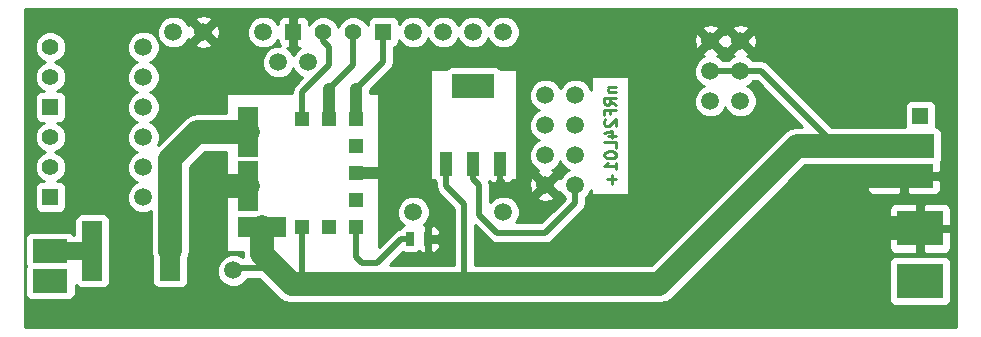
<source format=gbl>
G04 (created by PCBNEW (2013-07-07 BZR 4022)-stable) date 9/2/2014 10:05:09 AM*
%MOIN*%
G04 Gerber Fmt 3.4, Leading zero omitted, Abs format*
%FSLAX34Y34*%
G01*
G70*
G90*
G04 APERTURE LIST*
%ADD10C,0.00590551*%
%ADD11C,0.00984252*%
%ADD12R,0.144X0.08*%
%ADD13R,0.04X0.08*%
%ADD14R,0.025X0.045*%
%ADD15R,0.055X0.055*%
%ADD16C,0.055*%
%ADD17R,0.19685X0.0787402*%
%ADD18C,0.0590551*%
%ADD19R,0.05X0.05*%
%ADD20R,0.0708661X0.165354*%
%ADD21R,0.161417X0.0708661*%
%ADD22R,0.11811X0.0787402*%
%ADD23R,0.15748X0.11811*%
%ADD24R,0.07X0.2*%
%ADD25C,0.019685*%
%ADD26C,0.0787402*%
%ADD27C,0.0393701*%
%ADD28C,0.0590551*%
%ADD29C,0.01*%
G04 APERTURE END LIST*
G54D10*
G54D11*
X28096Y-11347D02*
X28359Y-11347D01*
X28134Y-11347D02*
X28115Y-11365D01*
X28096Y-11403D01*
X28096Y-11459D01*
X28115Y-11497D01*
X28153Y-11515D01*
X28359Y-11515D01*
X28359Y-11928D02*
X28171Y-11797D01*
X28359Y-11703D02*
X27965Y-11703D01*
X27965Y-11853D01*
X27984Y-11890D01*
X28003Y-11909D01*
X28040Y-11928D01*
X28096Y-11928D01*
X28134Y-11909D01*
X28153Y-11890D01*
X28171Y-11853D01*
X28171Y-11703D01*
X28153Y-12228D02*
X28153Y-12096D01*
X28359Y-12096D02*
X27965Y-12096D01*
X27965Y-12284D01*
X28003Y-12415D02*
X27984Y-12434D01*
X27965Y-12471D01*
X27965Y-12565D01*
X27984Y-12603D01*
X28003Y-12621D01*
X28040Y-12640D01*
X28078Y-12640D01*
X28134Y-12621D01*
X28359Y-12396D01*
X28359Y-12640D01*
X28096Y-12978D02*
X28359Y-12978D01*
X27946Y-12884D02*
X28228Y-12790D01*
X28228Y-13034D01*
X28359Y-13371D02*
X28359Y-13184D01*
X27965Y-13184D01*
X27965Y-13578D02*
X27965Y-13615D01*
X27984Y-13653D01*
X28003Y-13671D01*
X28040Y-13690D01*
X28115Y-13709D01*
X28209Y-13709D01*
X28284Y-13690D01*
X28321Y-13671D01*
X28340Y-13653D01*
X28359Y-13615D01*
X28359Y-13578D01*
X28340Y-13540D01*
X28321Y-13521D01*
X28284Y-13503D01*
X28209Y-13484D01*
X28115Y-13484D01*
X28040Y-13503D01*
X28003Y-13521D01*
X27984Y-13540D01*
X27965Y-13578D01*
X28359Y-14084D02*
X28359Y-13859D01*
X28359Y-13971D02*
X27965Y-13971D01*
X28021Y-13934D01*
X28059Y-13896D01*
X28078Y-13859D01*
X28209Y-14252D02*
X28209Y-14552D01*
X28359Y-14402D02*
X28059Y-14402D01*
G54D12*
X23600Y-11300D03*
G54D13*
X23600Y-13900D03*
X22700Y-13900D03*
X24500Y-13900D03*
G54D14*
X21500Y-16400D03*
X22100Y-16400D03*
G54D15*
X9500Y-12000D03*
G54D16*
X9500Y-11000D03*
X9500Y-10000D03*
G54D15*
X9500Y-15000D03*
G54D16*
X9500Y-14000D03*
X9500Y-13000D03*
G54D15*
X38500Y-12300D03*
G54D17*
X38000Y-13300D03*
X37950Y-14300D03*
G54D15*
X17600Y-9500D03*
G54D16*
X18600Y-9500D03*
G54D15*
X20600Y-9500D03*
G54D16*
X19600Y-9500D03*
G54D18*
X31500Y-9800D03*
X32500Y-9800D03*
X31500Y-10800D03*
X32500Y-10800D03*
X31500Y-11800D03*
X32500Y-11800D03*
G54D19*
X17900Y-12400D03*
G54D20*
X16100Y-12849D03*
X16100Y-14648D03*
G54D21*
X16549Y-15999D03*
G54D19*
X17900Y-15999D03*
X19699Y-15999D03*
X19699Y-14200D03*
X19699Y-13298D03*
X19699Y-12400D03*
X18801Y-12400D03*
X18801Y-15999D03*
X19699Y-15101D03*
G54D18*
X26000Y-14600D03*
X27000Y-14600D03*
X26000Y-13600D03*
X27000Y-13600D03*
X26000Y-12600D03*
X27000Y-12600D03*
X26000Y-11600D03*
X27000Y-11600D03*
G54D22*
X9500Y-17800D03*
X9500Y-16800D03*
G54D18*
X21600Y-15500D03*
X24600Y-15500D03*
X24600Y-9500D03*
X23600Y-9500D03*
X22600Y-9500D03*
X21600Y-9500D03*
X18100Y-10500D03*
X17100Y-10500D03*
X16600Y-9500D03*
X14600Y-9500D03*
X13600Y-9500D03*
X12600Y-10000D03*
X12600Y-11000D03*
X12600Y-12000D03*
X12600Y-13000D03*
X12600Y-14000D03*
X12600Y-15000D03*
G54D23*
X38500Y-16050D03*
X38500Y-17800D03*
G54D24*
X10900Y-16800D03*
X13500Y-16800D03*
G54D18*
X15600Y-17450D03*
G54D25*
X32500Y-10800D02*
X33150Y-10800D01*
X33200Y-10800D02*
X35700Y-13300D01*
X33150Y-10800D02*
X33200Y-10800D01*
G54D26*
X38000Y-13300D02*
X35700Y-13300D01*
X35700Y-13300D02*
X34400Y-13300D01*
X28750Y-17900D02*
X23100Y-17900D01*
X29800Y-17900D02*
X34400Y-13300D01*
X29600Y-17900D02*
X29800Y-17900D01*
X28750Y-17900D02*
X29600Y-17900D01*
G54D25*
X22700Y-13900D02*
X22700Y-14650D01*
X23300Y-17700D02*
X23100Y-17900D01*
X23300Y-15250D02*
X23300Y-17700D01*
X22700Y-14650D02*
X23300Y-15250D01*
X15675Y-17375D02*
X17025Y-17375D01*
X15600Y-17450D02*
X15675Y-17375D01*
G54D26*
X16549Y-16900D02*
X16550Y-16900D01*
X16549Y-15999D02*
X16549Y-16900D01*
X16550Y-16900D02*
X17025Y-17375D01*
X16850Y-17200D02*
X17550Y-17900D01*
X17025Y-17375D02*
X16850Y-17200D01*
X17550Y-17900D02*
X23100Y-17900D01*
G54D25*
X17900Y-15999D02*
X17900Y-18000D01*
X31500Y-10800D02*
X32500Y-10800D01*
G54D26*
X37950Y-14300D02*
X36300Y-14300D01*
X38500Y-16050D02*
X36800Y-16050D01*
G54D25*
X24500Y-13900D02*
X24500Y-14650D01*
G54D26*
X16100Y-14648D02*
X15001Y-14648D01*
G54D27*
X15001Y-14648D02*
X15000Y-14650D01*
X19699Y-14200D02*
X20700Y-14200D01*
G54D25*
X19699Y-15999D02*
X19699Y-16999D01*
X21200Y-16400D02*
X21500Y-16400D01*
X20400Y-17200D02*
X21200Y-16400D01*
X19900Y-17200D02*
X20400Y-17200D01*
X19699Y-16999D02*
X19900Y-17200D01*
X18600Y-9500D02*
X18600Y-9800D01*
X17900Y-11500D02*
X17900Y-12400D01*
X18000Y-11400D02*
X17900Y-11500D01*
X18800Y-10600D02*
X18000Y-11400D01*
X18800Y-10000D02*
X18800Y-10600D01*
X18600Y-9800D02*
X18800Y-10000D01*
G54D26*
X13500Y-16800D02*
X13500Y-13750D01*
X14400Y-12849D02*
X16100Y-12849D01*
X13500Y-13750D02*
X14400Y-12849D01*
G54D25*
X23600Y-14400D02*
X23600Y-13900D01*
X23800Y-14600D02*
X23600Y-14400D01*
X23800Y-15600D02*
X23800Y-14600D01*
X24400Y-16200D02*
X23800Y-15600D01*
X26000Y-16200D02*
X24400Y-16200D01*
X26000Y-16200D02*
X27000Y-15200D01*
X27000Y-14600D02*
X27000Y-15200D01*
X19600Y-9500D02*
X19600Y-10600D01*
G54D27*
X18801Y-11401D02*
X18801Y-12400D01*
X18801Y-11401D02*
X18800Y-11400D01*
G54D25*
X19600Y-10600D02*
X18800Y-11400D01*
X20600Y-9500D02*
X20600Y-10500D01*
X20600Y-10500D02*
X19699Y-11400D01*
G54D27*
X19699Y-12400D02*
X19699Y-11400D01*
X19699Y-11400D02*
X19700Y-11400D01*
G54D28*
X10900Y-16800D02*
X9500Y-16800D01*
G54D10*
G36*
X39690Y-19350D02*
X39537Y-19350D01*
X39537Y-18341D01*
X39537Y-17159D01*
X39537Y-16690D01*
X39537Y-15409D01*
X39499Y-15318D01*
X39429Y-15247D01*
X39337Y-15209D01*
X39237Y-15209D01*
X39234Y-15209D01*
X39234Y-13644D01*
X39234Y-12856D01*
X39196Y-12764D01*
X39126Y-12694D01*
X39034Y-12656D01*
X39011Y-12656D01*
X39024Y-12624D01*
X39025Y-12525D01*
X39025Y-11975D01*
X38987Y-11883D01*
X38916Y-11813D01*
X38824Y-11775D01*
X38725Y-11774D01*
X38175Y-11774D01*
X38083Y-11812D01*
X38013Y-11883D01*
X37975Y-11975D01*
X37974Y-12074D01*
X37974Y-12624D01*
X37988Y-12656D01*
X36966Y-12656D01*
X36966Y-12656D01*
X35700Y-12656D01*
X35549Y-12656D01*
X33446Y-10553D01*
X33333Y-10478D01*
X33311Y-10473D01*
X33200Y-10451D01*
X33199Y-10451D01*
X33150Y-10451D01*
X33054Y-10451D01*
X33054Y-9832D01*
X33025Y-9617D01*
X33000Y-9557D01*
X32911Y-9527D01*
X32772Y-9665D01*
X32772Y-9388D01*
X32742Y-9299D01*
X32532Y-9245D01*
X32317Y-9274D01*
X32257Y-9299D01*
X32227Y-9388D01*
X32500Y-9661D01*
X32772Y-9388D01*
X32772Y-9665D01*
X32638Y-9800D01*
X32911Y-10072D01*
X33000Y-10042D01*
X33054Y-9832D01*
X33054Y-10451D01*
X32922Y-10451D01*
X32809Y-10338D01*
X32730Y-10305D01*
X32742Y-10300D01*
X32772Y-10211D01*
X32500Y-9938D01*
X32361Y-10076D01*
X32361Y-9800D01*
X32088Y-9527D01*
X32000Y-9557D01*
X31911Y-9527D01*
X31772Y-9665D01*
X31772Y-9388D01*
X31742Y-9299D01*
X31532Y-9245D01*
X31317Y-9274D01*
X31257Y-9299D01*
X31227Y-9388D01*
X31500Y-9661D01*
X31772Y-9388D01*
X31772Y-9665D01*
X31638Y-9800D01*
X31911Y-10072D01*
X32000Y-10042D01*
X32088Y-10072D01*
X32361Y-9800D01*
X32361Y-10076D01*
X32227Y-10211D01*
X32257Y-10300D01*
X32272Y-10304D01*
X32191Y-10337D01*
X32077Y-10451D01*
X31922Y-10451D01*
X31809Y-10338D01*
X31730Y-10305D01*
X31742Y-10300D01*
X31772Y-10211D01*
X31500Y-9938D01*
X31361Y-10076D01*
X31361Y-9800D01*
X31088Y-9527D01*
X30999Y-9557D01*
X30945Y-9767D01*
X30974Y-9982D01*
X30999Y-10042D01*
X31088Y-10072D01*
X31361Y-9800D01*
X31361Y-10076D01*
X31227Y-10211D01*
X31257Y-10300D01*
X31272Y-10304D01*
X31191Y-10337D01*
X31038Y-10490D01*
X30954Y-10691D01*
X30954Y-10907D01*
X31037Y-11108D01*
X31190Y-11261D01*
X31282Y-11299D01*
X31191Y-11337D01*
X31038Y-11490D01*
X30954Y-11691D01*
X30954Y-11907D01*
X31037Y-12108D01*
X31190Y-12261D01*
X31391Y-12345D01*
X31607Y-12345D01*
X31808Y-12262D01*
X31961Y-12109D01*
X31999Y-12017D01*
X32037Y-12108D01*
X32190Y-12261D01*
X32391Y-12345D01*
X32607Y-12345D01*
X32808Y-12262D01*
X32961Y-12109D01*
X33045Y-11908D01*
X33045Y-11692D01*
X32962Y-11491D01*
X32809Y-11338D01*
X32717Y-11300D01*
X32808Y-11262D01*
X32922Y-11148D01*
X33055Y-11148D01*
X34563Y-12656D01*
X34400Y-12656D01*
X34153Y-12705D01*
X34070Y-12761D01*
X33944Y-12844D01*
X33944Y-12844D01*
X29533Y-17256D01*
X28750Y-17256D01*
X25050Y-17256D01*
X23648Y-17256D01*
X23648Y-15941D01*
X24153Y-16446D01*
X24153Y-16446D01*
X24266Y-16521D01*
X24400Y-16548D01*
X25050Y-16548D01*
X25999Y-16548D01*
X26000Y-16548D01*
X26000Y-16548D01*
X26111Y-16526D01*
X26133Y-16521D01*
X26133Y-16521D01*
X26246Y-16446D01*
X27246Y-15446D01*
X27246Y-15446D01*
X27246Y-15446D01*
X27321Y-15333D01*
X27348Y-15200D01*
X27348Y-15022D01*
X27461Y-14909D01*
X27526Y-14753D01*
X27526Y-14945D01*
X28774Y-14945D01*
X28774Y-10954D01*
X27526Y-10954D01*
X27526Y-11447D01*
X27462Y-11291D01*
X27309Y-11138D01*
X27108Y-11054D01*
X26892Y-11054D01*
X26691Y-11137D01*
X26538Y-11290D01*
X26500Y-11382D01*
X26462Y-11291D01*
X26309Y-11138D01*
X26108Y-11054D01*
X25892Y-11054D01*
X25691Y-11137D01*
X25538Y-11290D01*
X25454Y-11491D01*
X25454Y-11707D01*
X25537Y-11908D01*
X25690Y-12061D01*
X25782Y-12099D01*
X25691Y-12137D01*
X25538Y-12290D01*
X25454Y-12491D01*
X25454Y-12707D01*
X25537Y-12908D01*
X25690Y-13061D01*
X25782Y-13099D01*
X25691Y-13137D01*
X25538Y-13290D01*
X25454Y-13491D01*
X25454Y-13707D01*
X25537Y-13908D01*
X25690Y-14061D01*
X25769Y-14094D01*
X25757Y-14099D01*
X25727Y-14188D01*
X26000Y-14461D01*
X26272Y-14188D01*
X26242Y-14099D01*
X26227Y-14095D01*
X26308Y-14062D01*
X26461Y-13909D01*
X26499Y-13817D01*
X26537Y-13908D01*
X26690Y-14061D01*
X26782Y-14099D01*
X26691Y-14137D01*
X26538Y-14290D01*
X26505Y-14369D01*
X26500Y-14357D01*
X26411Y-14327D01*
X26138Y-14600D01*
X26411Y-14872D01*
X26500Y-14842D01*
X26504Y-14827D01*
X26537Y-14908D01*
X26651Y-15022D01*
X26651Y-15055D01*
X26272Y-15434D01*
X26272Y-15011D01*
X26000Y-14738D01*
X25861Y-14876D01*
X25861Y-14600D01*
X25588Y-14327D01*
X25499Y-14357D01*
X25445Y-14567D01*
X25474Y-14782D01*
X25499Y-14842D01*
X25588Y-14872D01*
X25861Y-14600D01*
X25861Y-14876D01*
X25727Y-15011D01*
X25757Y-15100D01*
X25967Y-15154D01*
X26182Y-15125D01*
X26242Y-15100D01*
X26272Y-15011D01*
X26272Y-15434D01*
X25855Y-15851D01*
X25050Y-15851D01*
X25019Y-15851D01*
X25050Y-15821D01*
X25061Y-15809D01*
X25145Y-15608D01*
X25145Y-15392D01*
X25062Y-15191D01*
X25050Y-15178D01*
X24909Y-15038D01*
X24708Y-14954D01*
X24492Y-14954D01*
X24291Y-15037D01*
X24148Y-15180D01*
X24148Y-14600D01*
X24124Y-14477D01*
X24158Y-14512D01*
X24250Y-14550D01*
X24339Y-14550D01*
X24402Y-14487D01*
X24402Y-14450D01*
X24597Y-14450D01*
X24597Y-14487D01*
X24660Y-14550D01*
X24749Y-14550D01*
X24841Y-14512D01*
X24903Y-14450D01*
X25050Y-14450D01*
X25050Y-10750D01*
X24523Y-10750D01*
X24461Y-10688D01*
X24369Y-10650D01*
X24270Y-10649D01*
X22830Y-10649D01*
X22738Y-10687D01*
X22676Y-10750D01*
X22150Y-10750D01*
X22150Y-14450D01*
X22296Y-14450D01*
X22351Y-14505D01*
X22351Y-14649D01*
X22351Y-14650D01*
X22373Y-14761D01*
X22378Y-14783D01*
X22453Y-14896D01*
X22951Y-15394D01*
X22951Y-17256D01*
X22475Y-17256D01*
X22475Y-16575D01*
X22475Y-16224D01*
X22474Y-16125D01*
X22436Y-16033D01*
X22366Y-15962D01*
X22274Y-15924D01*
X22225Y-15925D01*
X22162Y-15987D01*
X22162Y-16302D01*
X22412Y-16302D01*
X22475Y-16239D01*
X22475Y-16224D01*
X22475Y-16575D01*
X22475Y-16560D01*
X22412Y-16497D01*
X22162Y-16497D01*
X22162Y-16812D01*
X22225Y-16875D01*
X22274Y-16875D01*
X22366Y-16837D01*
X22436Y-16766D01*
X22474Y-16674D01*
X22475Y-16575D01*
X22475Y-17256D01*
X20836Y-17256D01*
X21249Y-16843D01*
X21325Y-16874D01*
X21424Y-16875D01*
X21674Y-16875D01*
X21766Y-16837D01*
X21800Y-16803D01*
X21833Y-16837D01*
X21925Y-16875D01*
X21975Y-16875D01*
X22037Y-16812D01*
X22037Y-16497D01*
X21994Y-16497D01*
X21994Y-16302D01*
X22037Y-16302D01*
X22037Y-15987D01*
X21975Y-15925D01*
X21946Y-15924D01*
X22061Y-15809D01*
X22145Y-15608D01*
X22145Y-15392D01*
X22062Y-15191D01*
X21909Y-15038D01*
X21708Y-14954D01*
X21492Y-14954D01*
X21291Y-15037D01*
X21138Y-15190D01*
X21054Y-15391D01*
X21054Y-15607D01*
X21137Y-15808D01*
X21274Y-15945D01*
X21233Y-15962D01*
X21163Y-16033D01*
X21151Y-16061D01*
X21151Y-16061D01*
X21066Y-16078D01*
X20953Y-16153D01*
X20953Y-16153D01*
X20450Y-16657D01*
X20450Y-11550D01*
X20146Y-11550D01*
X20146Y-11446D01*
X20846Y-10746D01*
X20846Y-10746D01*
X20846Y-10746D01*
X20921Y-10633D01*
X20948Y-10500D01*
X20948Y-10015D01*
X21016Y-9987D01*
X21086Y-9916D01*
X21124Y-9824D01*
X21124Y-9778D01*
X21137Y-9808D01*
X21290Y-9961D01*
X21491Y-10045D01*
X21707Y-10045D01*
X21908Y-9962D01*
X22061Y-9809D01*
X22099Y-9717D01*
X22137Y-9808D01*
X22290Y-9961D01*
X22491Y-10045D01*
X22707Y-10045D01*
X22908Y-9962D01*
X23061Y-9809D01*
X23099Y-9717D01*
X23137Y-9808D01*
X23290Y-9961D01*
X23491Y-10045D01*
X23707Y-10045D01*
X23908Y-9962D01*
X24061Y-9809D01*
X24099Y-9717D01*
X24137Y-9808D01*
X24290Y-9961D01*
X24491Y-10045D01*
X24707Y-10045D01*
X24908Y-9962D01*
X25061Y-9809D01*
X25145Y-9608D01*
X25145Y-9392D01*
X25062Y-9191D01*
X24909Y-9038D01*
X24708Y-8954D01*
X24492Y-8954D01*
X24291Y-9037D01*
X24138Y-9190D01*
X24100Y-9282D01*
X24062Y-9191D01*
X23909Y-9038D01*
X23708Y-8954D01*
X23492Y-8954D01*
X23291Y-9037D01*
X23138Y-9190D01*
X23100Y-9282D01*
X23062Y-9191D01*
X22909Y-9038D01*
X22708Y-8954D01*
X22492Y-8954D01*
X22291Y-9037D01*
X22138Y-9190D01*
X22100Y-9282D01*
X22062Y-9191D01*
X21909Y-9038D01*
X21708Y-8954D01*
X21492Y-8954D01*
X21291Y-9037D01*
X21138Y-9190D01*
X21125Y-9221D01*
X21125Y-9175D01*
X21087Y-9083D01*
X21016Y-9013D01*
X20924Y-8975D01*
X20825Y-8974D01*
X20275Y-8974D01*
X20183Y-9012D01*
X20113Y-9083D01*
X20075Y-9175D01*
X20074Y-9274D01*
X20074Y-9274D01*
X20045Y-9203D01*
X19897Y-9055D01*
X19704Y-8975D01*
X19496Y-8974D01*
X19303Y-9054D01*
X19155Y-9202D01*
X19099Y-9335D01*
X19045Y-9203D01*
X18897Y-9055D01*
X18704Y-8975D01*
X18496Y-8974D01*
X18303Y-9054D01*
X18155Y-9202D01*
X18125Y-9274D01*
X18125Y-9274D01*
X18124Y-9175D01*
X18086Y-9083D01*
X18016Y-9012D01*
X17924Y-8974D01*
X17760Y-8975D01*
X17697Y-9037D01*
X17697Y-9402D01*
X17705Y-9402D01*
X17705Y-9597D01*
X17697Y-9597D01*
X17697Y-9962D01*
X17760Y-10025D01*
X17821Y-10025D01*
X17791Y-10037D01*
X17638Y-10190D01*
X17600Y-10282D01*
X17562Y-10191D01*
X17409Y-10038D01*
X17377Y-10025D01*
X17439Y-10025D01*
X17502Y-9962D01*
X17502Y-9597D01*
X17494Y-9597D01*
X17494Y-9402D01*
X17502Y-9402D01*
X17502Y-9037D01*
X17439Y-8975D01*
X17275Y-8974D01*
X17183Y-9012D01*
X17113Y-9083D01*
X17075Y-9175D01*
X17075Y-9221D01*
X17062Y-9191D01*
X16909Y-9038D01*
X16708Y-8954D01*
X16492Y-8954D01*
X16291Y-9037D01*
X16138Y-9190D01*
X16054Y-9391D01*
X16054Y-9607D01*
X16137Y-9808D01*
X16290Y-9961D01*
X16491Y-10045D01*
X16707Y-10045D01*
X16908Y-9962D01*
X17061Y-9809D01*
X17075Y-9777D01*
X17075Y-9824D01*
X17113Y-9916D01*
X17151Y-9954D01*
X16992Y-9954D01*
X16791Y-10037D01*
X16638Y-10190D01*
X16554Y-10391D01*
X16554Y-10607D01*
X16637Y-10808D01*
X16790Y-10961D01*
X16991Y-11045D01*
X17207Y-11045D01*
X17408Y-10962D01*
X17561Y-10809D01*
X17599Y-10717D01*
X17637Y-10808D01*
X17790Y-10961D01*
X17899Y-11007D01*
X17753Y-11153D01*
X17753Y-11153D01*
X17653Y-11253D01*
X17578Y-11366D01*
X17573Y-11388D01*
X17551Y-11500D01*
X17551Y-11500D01*
X17551Y-11550D01*
X15350Y-11550D01*
X15350Y-12205D01*
X15154Y-12205D01*
X15154Y-9532D01*
X15125Y-9317D01*
X15100Y-9257D01*
X15011Y-9227D01*
X14872Y-9365D01*
X14872Y-9088D01*
X14842Y-8999D01*
X14632Y-8945D01*
X14417Y-8974D01*
X14357Y-8999D01*
X14327Y-9088D01*
X14600Y-9361D01*
X14872Y-9088D01*
X14872Y-9365D01*
X14738Y-9500D01*
X15011Y-9772D01*
X15100Y-9742D01*
X15154Y-9532D01*
X15154Y-12205D01*
X14872Y-12205D01*
X14872Y-9911D01*
X14600Y-9638D01*
X14461Y-9776D01*
X14461Y-9500D01*
X14188Y-9227D01*
X14099Y-9257D01*
X14095Y-9272D01*
X14062Y-9191D01*
X13909Y-9038D01*
X13708Y-8954D01*
X13492Y-8954D01*
X13291Y-9037D01*
X13138Y-9190D01*
X13054Y-9391D01*
X13054Y-9607D01*
X13137Y-9808D01*
X13290Y-9961D01*
X13491Y-10045D01*
X13707Y-10045D01*
X13908Y-9962D01*
X14061Y-9809D01*
X14094Y-9730D01*
X14099Y-9742D01*
X14188Y-9772D01*
X14461Y-9500D01*
X14461Y-9776D01*
X14327Y-9911D01*
X14357Y-10000D01*
X14567Y-10054D01*
X14782Y-10025D01*
X14842Y-10000D01*
X14872Y-9911D01*
X14872Y-12205D01*
X14400Y-12205D01*
X14154Y-12254D01*
X13945Y-12394D01*
X13945Y-12394D01*
X13084Y-13255D01*
X13145Y-13108D01*
X13145Y-12892D01*
X13062Y-12691D01*
X12909Y-12538D01*
X12817Y-12500D01*
X12908Y-12462D01*
X13061Y-12309D01*
X13145Y-12108D01*
X13145Y-11892D01*
X13062Y-11691D01*
X12909Y-11538D01*
X12817Y-11500D01*
X12908Y-11462D01*
X13061Y-11309D01*
X13145Y-11108D01*
X13145Y-10892D01*
X13062Y-10691D01*
X12909Y-10538D01*
X12817Y-10500D01*
X12908Y-10462D01*
X13061Y-10309D01*
X13145Y-10108D01*
X13145Y-9892D01*
X13062Y-9691D01*
X12909Y-9538D01*
X12708Y-9454D01*
X12492Y-9454D01*
X12291Y-9537D01*
X12138Y-9690D01*
X12054Y-9891D01*
X12054Y-10107D01*
X12137Y-10308D01*
X12290Y-10461D01*
X12382Y-10499D01*
X12291Y-10537D01*
X12138Y-10690D01*
X12054Y-10891D01*
X12054Y-11107D01*
X12137Y-11308D01*
X12290Y-11461D01*
X12382Y-11499D01*
X12291Y-11537D01*
X12138Y-11690D01*
X12054Y-11891D01*
X12054Y-12107D01*
X12137Y-12308D01*
X12290Y-12461D01*
X12382Y-12499D01*
X12291Y-12537D01*
X12138Y-12690D01*
X12054Y-12891D01*
X12054Y-13107D01*
X12137Y-13308D01*
X12290Y-13461D01*
X12382Y-13499D01*
X12291Y-13537D01*
X12138Y-13690D01*
X12054Y-13891D01*
X12054Y-14107D01*
X12137Y-14308D01*
X12290Y-14461D01*
X12382Y-14499D01*
X12291Y-14537D01*
X12138Y-14690D01*
X12054Y-14891D01*
X12054Y-15107D01*
X12137Y-15308D01*
X12290Y-15461D01*
X12491Y-15545D01*
X12707Y-15545D01*
X12856Y-15484D01*
X12856Y-16800D01*
X12899Y-17019D01*
X12899Y-17849D01*
X12937Y-17941D01*
X13008Y-18011D01*
X13100Y-18049D01*
X13199Y-18050D01*
X13899Y-18050D01*
X13991Y-18012D01*
X14061Y-17941D01*
X14099Y-17849D01*
X14100Y-17750D01*
X14100Y-17019D01*
X14143Y-16800D01*
X14143Y-14016D01*
X14667Y-13493D01*
X15350Y-13493D01*
X15350Y-16850D01*
X15905Y-16850D01*
X15905Y-16900D01*
X15926Y-17005D01*
X15909Y-16988D01*
X15708Y-16904D01*
X15492Y-16904D01*
X15291Y-16987D01*
X15138Y-17140D01*
X15054Y-17341D01*
X15054Y-17557D01*
X15137Y-17758D01*
X15290Y-17911D01*
X15491Y-17995D01*
X15707Y-17995D01*
X15908Y-17912D01*
X16061Y-17759D01*
X16076Y-17723D01*
X16463Y-17723D01*
X16569Y-17830D01*
X17094Y-18355D01*
X17094Y-18355D01*
X17303Y-18494D01*
X17303Y-18494D01*
X17501Y-18533D01*
X17549Y-18543D01*
X17549Y-18543D01*
X17550Y-18543D01*
X20450Y-18543D01*
X23100Y-18543D01*
X25050Y-18543D01*
X28750Y-18543D01*
X29600Y-18543D01*
X29799Y-18543D01*
X29800Y-18543D01*
X29800Y-18543D01*
X30046Y-18494D01*
X30046Y-18494D01*
X30255Y-18355D01*
X34666Y-13943D01*
X35700Y-13943D01*
X36715Y-13943D01*
X36715Y-14139D01*
X36778Y-14202D01*
X37852Y-14202D01*
X37852Y-14194D01*
X38047Y-14194D01*
X38047Y-14202D01*
X39121Y-14202D01*
X39184Y-14139D01*
X39184Y-13856D01*
X39181Y-13850D01*
X39196Y-13835D01*
X39234Y-13743D01*
X39234Y-13644D01*
X39234Y-15209D01*
X39184Y-15209D01*
X39184Y-14743D01*
X39184Y-14460D01*
X39121Y-14397D01*
X38047Y-14397D01*
X38047Y-14881D01*
X38110Y-14943D01*
X38884Y-14943D01*
X38984Y-14943D01*
X39076Y-14905D01*
X39146Y-14835D01*
X39184Y-14743D01*
X39184Y-15209D01*
X38660Y-15209D01*
X38597Y-15271D01*
X38597Y-15952D01*
X39474Y-15952D01*
X39537Y-15889D01*
X39537Y-15409D01*
X39537Y-16690D01*
X39537Y-16210D01*
X39474Y-16147D01*
X38597Y-16147D01*
X38597Y-16828D01*
X38660Y-16890D01*
X39237Y-16890D01*
X39337Y-16890D01*
X39429Y-16852D01*
X39499Y-16781D01*
X39537Y-16690D01*
X39537Y-17159D01*
X39499Y-17068D01*
X39429Y-16997D01*
X39337Y-16959D01*
X39237Y-16959D01*
X38402Y-16959D01*
X38402Y-16828D01*
X38402Y-16147D01*
X38402Y-15952D01*
X38402Y-15271D01*
X38339Y-15209D01*
X37852Y-15209D01*
X37852Y-14881D01*
X37852Y-14397D01*
X36778Y-14397D01*
X36715Y-14460D01*
X36715Y-14743D01*
X36753Y-14835D01*
X36823Y-14905D01*
X36915Y-14943D01*
X37015Y-14943D01*
X37789Y-14943D01*
X37852Y-14881D01*
X37852Y-15209D01*
X37762Y-15209D01*
X37662Y-15209D01*
X37570Y-15247D01*
X37500Y-15318D01*
X37462Y-15409D01*
X37462Y-15889D01*
X37525Y-15952D01*
X38402Y-15952D01*
X38402Y-16147D01*
X37525Y-16147D01*
X37462Y-16210D01*
X37462Y-16690D01*
X37500Y-16781D01*
X37570Y-16852D01*
X37662Y-16890D01*
X37762Y-16890D01*
X38339Y-16890D01*
X38402Y-16828D01*
X38402Y-16959D01*
X37663Y-16959D01*
X37571Y-16997D01*
X37500Y-17067D01*
X37462Y-17159D01*
X37462Y-17258D01*
X37462Y-18440D01*
X37500Y-18531D01*
X37570Y-18602D01*
X37662Y-18640D01*
X37762Y-18640D01*
X39336Y-18640D01*
X39428Y-18602D01*
X39499Y-18532D01*
X39537Y-18440D01*
X39537Y-18341D01*
X39537Y-19350D01*
X25050Y-19350D01*
X25000Y-19350D01*
X20450Y-19350D01*
X20400Y-19350D01*
X11500Y-19350D01*
X11500Y-17750D01*
X11500Y-15750D01*
X11462Y-15658D01*
X11391Y-15588D01*
X11299Y-15550D01*
X11200Y-15549D01*
X10500Y-15549D01*
X10408Y-15587D01*
X10338Y-15658D01*
X10300Y-15750D01*
X10299Y-15849D01*
X10299Y-16254D01*
X10292Y-16254D01*
X10232Y-16194D01*
X10140Y-16156D01*
X10041Y-16156D01*
X10025Y-16156D01*
X10025Y-13896D01*
X9945Y-13703D01*
X9797Y-13555D01*
X9664Y-13499D01*
X9797Y-13445D01*
X9944Y-13297D01*
X10024Y-13104D01*
X10025Y-12896D01*
X9945Y-12703D01*
X9797Y-12555D01*
X9725Y-12525D01*
X9824Y-12525D01*
X9916Y-12487D01*
X9986Y-12416D01*
X10024Y-12324D01*
X10025Y-12225D01*
X10025Y-11675D01*
X9987Y-11583D01*
X9916Y-11513D01*
X9824Y-11475D01*
X9725Y-11474D01*
X9725Y-11474D01*
X9797Y-11445D01*
X9944Y-11297D01*
X10024Y-11104D01*
X10025Y-10896D01*
X9945Y-10703D01*
X9797Y-10555D01*
X9664Y-10499D01*
X9797Y-10445D01*
X9944Y-10297D01*
X10024Y-10104D01*
X10025Y-9896D01*
X9945Y-9703D01*
X9797Y-9555D01*
X9604Y-9475D01*
X9396Y-9474D01*
X9203Y-9554D01*
X9055Y-9702D01*
X8975Y-9895D01*
X8974Y-10103D01*
X9054Y-10297D01*
X9202Y-10444D01*
X9335Y-10500D01*
X9203Y-10554D01*
X9055Y-10702D01*
X8975Y-10895D01*
X8974Y-11103D01*
X9054Y-11297D01*
X9202Y-11444D01*
X9274Y-11474D01*
X9175Y-11474D01*
X9083Y-11512D01*
X9013Y-11583D01*
X8975Y-11675D01*
X8974Y-11774D01*
X8974Y-12324D01*
X9012Y-12416D01*
X9083Y-12486D01*
X9175Y-12524D01*
X9274Y-12525D01*
X9274Y-12525D01*
X9203Y-12554D01*
X9055Y-12702D01*
X8975Y-12895D01*
X8974Y-13103D01*
X9054Y-13297D01*
X9202Y-13444D01*
X9335Y-13500D01*
X9203Y-13554D01*
X9055Y-13702D01*
X8975Y-13895D01*
X8974Y-14103D01*
X9054Y-14297D01*
X9202Y-14444D01*
X9274Y-14474D01*
X9175Y-14474D01*
X9083Y-14512D01*
X9013Y-14583D01*
X8975Y-14675D01*
X8974Y-14774D01*
X8974Y-15324D01*
X9012Y-15416D01*
X9083Y-15486D01*
X9175Y-15524D01*
X9274Y-15525D01*
X9824Y-15525D01*
X9916Y-15487D01*
X9986Y-15416D01*
X10024Y-15324D01*
X10025Y-15225D01*
X10025Y-14675D01*
X9987Y-14583D01*
X9916Y-14513D01*
X9824Y-14475D01*
X9725Y-14474D01*
X9725Y-14474D01*
X9797Y-14445D01*
X9944Y-14297D01*
X10024Y-14104D01*
X10025Y-13896D01*
X10025Y-16156D01*
X8859Y-16156D01*
X8768Y-16194D01*
X8697Y-16264D01*
X8659Y-16356D01*
X8659Y-16455D01*
X8659Y-17243D01*
X8682Y-17300D01*
X8659Y-17356D01*
X8659Y-17455D01*
X8659Y-18243D01*
X8697Y-18335D01*
X8767Y-18405D01*
X8859Y-18443D01*
X8958Y-18443D01*
X10140Y-18443D01*
X10231Y-18405D01*
X10302Y-18335D01*
X10340Y-18243D01*
X10340Y-18144D01*
X10340Y-17944D01*
X10408Y-18011D01*
X10500Y-18049D01*
X10599Y-18050D01*
X11299Y-18050D01*
X11391Y-18012D01*
X11461Y-17941D01*
X11499Y-17849D01*
X11500Y-17750D01*
X11500Y-19350D01*
X8650Y-19350D01*
X8650Y-8750D01*
X39690Y-8750D01*
X39690Y-19350D01*
X39690Y-19350D01*
G37*
G54D29*
X39690Y-19350D02*
X39537Y-19350D01*
X39537Y-18341D01*
X39537Y-17159D01*
X39537Y-16690D01*
X39537Y-15409D01*
X39499Y-15318D01*
X39429Y-15247D01*
X39337Y-15209D01*
X39237Y-15209D01*
X39234Y-15209D01*
X39234Y-13644D01*
X39234Y-12856D01*
X39196Y-12764D01*
X39126Y-12694D01*
X39034Y-12656D01*
X39011Y-12656D01*
X39024Y-12624D01*
X39025Y-12525D01*
X39025Y-11975D01*
X38987Y-11883D01*
X38916Y-11813D01*
X38824Y-11775D01*
X38725Y-11774D01*
X38175Y-11774D01*
X38083Y-11812D01*
X38013Y-11883D01*
X37975Y-11975D01*
X37974Y-12074D01*
X37974Y-12624D01*
X37988Y-12656D01*
X36966Y-12656D01*
X36966Y-12656D01*
X35700Y-12656D01*
X35549Y-12656D01*
X33446Y-10553D01*
X33333Y-10478D01*
X33311Y-10473D01*
X33200Y-10451D01*
X33199Y-10451D01*
X33150Y-10451D01*
X33054Y-10451D01*
X33054Y-9832D01*
X33025Y-9617D01*
X33000Y-9557D01*
X32911Y-9527D01*
X32772Y-9665D01*
X32772Y-9388D01*
X32742Y-9299D01*
X32532Y-9245D01*
X32317Y-9274D01*
X32257Y-9299D01*
X32227Y-9388D01*
X32500Y-9661D01*
X32772Y-9388D01*
X32772Y-9665D01*
X32638Y-9800D01*
X32911Y-10072D01*
X33000Y-10042D01*
X33054Y-9832D01*
X33054Y-10451D01*
X32922Y-10451D01*
X32809Y-10338D01*
X32730Y-10305D01*
X32742Y-10300D01*
X32772Y-10211D01*
X32500Y-9938D01*
X32361Y-10076D01*
X32361Y-9800D01*
X32088Y-9527D01*
X32000Y-9557D01*
X31911Y-9527D01*
X31772Y-9665D01*
X31772Y-9388D01*
X31742Y-9299D01*
X31532Y-9245D01*
X31317Y-9274D01*
X31257Y-9299D01*
X31227Y-9388D01*
X31500Y-9661D01*
X31772Y-9388D01*
X31772Y-9665D01*
X31638Y-9800D01*
X31911Y-10072D01*
X32000Y-10042D01*
X32088Y-10072D01*
X32361Y-9800D01*
X32361Y-10076D01*
X32227Y-10211D01*
X32257Y-10300D01*
X32272Y-10304D01*
X32191Y-10337D01*
X32077Y-10451D01*
X31922Y-10451D01*
X31809Y-10338D01*
X31730Y-10305D01*
X31742Y-10300D01*
X31772Y-10211D01*
X31500Y-9938D01*
X31361Y-10076D01*
X31361Y-9800D01*
X31088Y-9527D01*
X30999Y-9557D01*
X30945Y-9767D01*
X30974Y-9982D01*
X30999Y-10042D01*
X31088Y-10072D01*
X31361Y-9800D01*
X31361Y-10076D01*
X31227Y-10211D01*
X31257Y-10300D01*
X31272Y-10304D01*
X31191Y-10337D01*
X31038Y-10490D01*
X30954Y-10691D01*
X30954Y-10907D01*
X31037Y-11108D01*
X31190Y-11261D01*
X31282Y-11299D01*
X31191Y-11337D01*
X31038Y-11490D01*
X30954Y-11691D01*
X30954Y-11907D01*
X31037Y-12108D01*
X31190Y-12261D01*
X31391Y-12345D01*
X31607Y-12345D01*
X31808Y-12262D01*
X31961Y-12109D01*
X31999Y-12017D01*
X32037Y-12108D01*
X32190Y-12261D01*
X32391Y-12345D01*
X32607Y-12345D01*
X32808Y-12262D01*
X32961Y-12109D01*
X33045Y-11908D01*
X33045Y-11692D01*
X32962Y-11491D01*
X32809Y-11338D01*
X32717Y-11300D01*
X32808Y-11262D01*
X32922Y-11148D01*
X33055Y-11148D01*
X34563Y-12656D01*
X34400Y-12656D01*
X34153Y-12705D01*
X34070Y-12761D01*
X33944Y-12844D01*
X33944Y-12844D01*
X29533Y-17256D01*
X28750Y-17256D01*
X25050Y-17256D01*
X23648Y-17256D01*
X23648Y-15941D01*
X24153Y-16446D01*
X24153Y-16446D01*
X24266Y-16521D01*
X24400Y-16548D01*
X25050Y-16548D01*
X25999Y-16548D01*
X26000Y-16548D01*
X26000Y-16548D01*
X26111Y-16526D01*
X26133Y-16521D01*
X26133Y-16521D01*
X26246Y-16446D01*
X27246Y-15446D01*
X27246Y-15446D01*
X27246Y-15446D01*
X27321Y-15333D01*
X27348Y-15200D01*
X27348Y-15022D01*
X27461Y-14909D01*
X27526Y-14753D01*
X27526Y-14945D01*
X28774Y-14945D01*
X28774Y-10954D01*
X27526Y-10954D01*
X27526Y-11447D01*
X27462Y-11291D01*
X27309Y-11138D01*
X27108Y-11054D01*
X26892Y-11054D01*
X26691Y-11137D01*
X26538Y-11290D01*
X26500Y-11382D01*
X26462Y-11291D01*
X26309Y-11138D01*
X26108Y-11054D01*
X25892Y-11054D01*
X25691Y-11137D01*
X25538Y-11290D01*
X25454Y-11491D01*
X25454Y-11707D01*
X25537Y-11908D01*
X25690Y-12061D01*
X25782Y-12099D01*
X25691Y-12137D01*
X25538Y-12290D01*
X25454Y-12491D01*
X25454Y-12707D01*
X25537Y-12908D01*
X25690Y-13061D01*
X25782Y-13099D01*
X25691Y-13137D01*
X25538Y-13290D01*
X25454Y-13491D01*
X25454Y-13707D01*
X25537Y-13908D01*
X25690Y-14061D01*
X25769Y-14094D01*
X25757Y-14099D01*
X25727Y-14188D01*
X26000Y-14461D01*
X26272Y-14188D01*
X26242Y-14099D01*
X26227Y-14095D01*
X26308Y-14062D01*
X26461Y-13909D01*
X26499Y-13817D01*
X26537Y-13908D01*
X26690Y-14061D01*
X26782Y-14099D01*
X26691Y-14137D01*
X26538Y-14290D01*
X26505Y-14369D01*
X26500Y-14357D01*
X26411Y-14327D01*
X26138Y-14600D01*
X26411Y-14872D01*
X26500Y-14842D01*
X26504Y-14827D01*
X26537Y-14908D01*
X26651Y-15022D01*
X26651Y-15055D01*
X26272Y-15434D01*
X26272Y-15011D01*
X26000Y-14738D01*
X25861Y-14876D01*
X25861Y-14600D01*
X25588Y-14327D01*
X25499Y-14357D01*
X25445Y-14567D01*
X25474Y-14782D01*
X25499Y-14842D01*
X25588Y-14872D01*
X25861Y-14600D01*
X25861Y-14876D01*
X25727Y-15011D01*
X25757Y-15100D01*
X25967Y-15154D01*
X26182Y-15125D01*
X26242Y-15100D01*
X26272Y-15011D01*
X26272Y-15434D01*
X25855Y-15851D01*
X25050Y-15851D01*
X25019Y-15851D01*
X25050Y-15821D01*
X25061Y-15809D01*
X25145Y-15608D01*
X25145Y-15392D01*
X25062Y-15191D01*
X25050Y-15178D01*
X24909Y-15038D01*
X24708Y-14954D01*
X24492Y-14954D01*
X24291Y-15037D01*
X24148Y-15180D01*
X24148Y-14600D01*
X24124Y-14477D01*
X24158Y-14512D01*
X24250Y-14550D01*
X24339Y-14550D01*
X24402Y-14487D01*
X24402Y-14450D01*
X24597Y-14450D01*
X24597Y-14487D01*
X24660Y-14550D01*
X24749Y-14550D01*
X24841Y-14512D01*
X24903Y-14450D01*
X25050Y-14450D01*
X25050Y-10750D01*
X24523Y-10750D01*
X24461Y-10688D01*
X24369Y-10650D01*
X24270Y-10649D01*
X22830Y-10649D01*
X22738Y-10687D01*
X22676Y-10750D01*
X22150Y-10750D01*
X22150Y-14450D01*
X22296Y-14450D01*
X22351Y-14505D01*
X22351Y-14649D01*
X22351Y-14650D01*
X22373Y-14761D01*
X22378Y-14783D01*
X22453Y-14896D01*
X22951Y-15394D01*
X22951Y-17256D01*
X22475Y-17256D01*
X22475Y-16575D01*
X22475Y-16224D01*
X22474Y-16125D01*
X22436Y-16033D01*
X22366Y-15962D01*
X22274Y-15924D01*
X22225Y-15925D01*
X22162Y-15987D01*
X22162Y-16302D01*
X22412Y-16302D01*
X22475Y-16239D01*
X22475Y-16224D01*
X22475Y-16575D01*
X22475Y-16560D01*
X22412Y-16497D01*
X22162Y-16497D01*
X22162Y-16812D01*
X22225Y-16875D01*
X22274Y-16875D01*
X22366Y-16837D01*
X22436Y-16766D01*
X22474Y-16674D01*
X22475Y-16575D01*
X22475Y-17256D01*
X20836Y-17256D01*
X21249Y-16843D01*
X21325Y-16874D01*
X21424Y-16875D01*
X21674Y-16875D01*
X21766Y-16837D01*
X21800Y-16803D01*
X21833Y-16837D01*
X21925Y-16875D01*
X21975Y-16875D01*
X22037Y-16812D01*
X22037Y-16497D01*
X21994Y-16497D01*
X21994Y-16302D01*
X22037Y-16302D01*
X22037Y-15987D01*
X21975Y-15925D01*
X21946Y-15924D01*
X22061Y-15809D01*
X22145Y-15608D01*
X22145Y-15392D01*
X22062Y-15191D01*
X21909Y-15038D01*
X21708Y-14954D01*
X21492Y-14954D01*
X21291Y-15037D01*
X21138Y-15190D01*
X21054Y-15391D01*
X21054Y-15607D01*
X21137Y-15808D01*
X21274Y-15945D01*
X21233Y-15962D01*
X21163Y-16033D01*
X21151Y-16061D01*
X21151Y-16061D01*
X21066Y-16078D01*
X20953Y-16153D01*
X20953Y-16153D01*
X20450Y-16657D01*
X20450Y-11550D01*
X20146Y-11550D01*
X20146Y-11446D01*
X20846Y-10746D01*
X20846Y-10746D01*
X20846Y-10746D01*
X20921Y-10633D01*
X20948Y-10500D01*
X20948Y-10015D01*
X21016Y-9987D01*
X21086Y-9916D01*
X21124Y-9824D01*
X21124Y-9778D01*
X21137Y-9808D01*
X21290Y-9961D01*
X21491Y-10045D01*
X21707Y-10045D01*
X21908Y-9962D01*
X22061Y-9809D01*
X22099Y-9717D01*
X22137Y-9808D01*
X22290Y-9961D01*
X22491Y-10045D01*
X22707Y-10045D01*
X22908Y-9962D01*
X23061Y-9809D01*
X23099Y-9717D01*
X23137Y-9808D01*
X23290Y-9961D01*
X23491Y-10045D01*
X23707Y-10045D01*
X23908Y-9962D01*
X24061Y-9809D01*
X24099Y-9717D01*
X24137Y-9808D01*
X24290Y-9961D01*
X24491Y-10045D01*
X24707Y-10045D01*
X24908Y-9962D01*
X25061Y-9809D01*
X25145Y-9608D01*
X25145Y-9392D01*
X25062Y-9191D01*
X24909Y-9038D01*
X24708Y-8954D01*
X24492Y-8954D01*
X24291Y-9037D01*
X24138Y-9190D01*
X24100Y-9282D01*
X24062Y-9191D01*
X23909Y-9038D01*
X23708Y-8954D01*
X23492Y-8954D01*
X23291Y-9037D01*
X23138Y-9190D01*
X23100Y-9282D01*
X23062Y-9191D01*
X22909Y-9038D01*
X22708Y-8954D01*
X22492Y-8954D01*
X22291Y-9037D01*
X22138Y-9190D01*
X22100Y-9282D01*
X22062Y-9191D01*
X21909Y-9038D01*
X21708Y-8954D01*
X21492Y-8954D01*
X21291Y-9037D01*
X21138Y-9190D01*
X21125Y-9221D01*
X21125Y-9175D01*
X21087Y-9083D01*
X21016Y-9013D01*
X20924Y-8975D01*
X20825Y-8974D01*
X20275Y-8974D01*
X20183Y-9012D01*
X20113Y-9083D01*
X20075Y-9175D01*
X20074Y-9274D01*
X20074Y-9274D01*
X20045Y-9203D01*
X19897Y-9055D01*
X19704Y-8975D01*
X19496Y-8974D01*
X19303Y-9054D01*
X19155Y-9202D01*
X19099Y-9335D01*
X19045Y-9203D01*
X18897Y-9055D01*
X18704Y-8975D01*
X18496Y-8974D01*
X18303Y-9054D01*
X18155Y-9202D01*
X18125Y-9274D01*
X18125Y-9274D01*
X18124Y-9175D01*
X18086Y-9083D01*
X18016Y-9012D01*
X17924Y-8974D01*
X17760Y-8975D01*
X17697Y-9037D01*
X17697Y-9402D01*
X17705Y-9402D01*
X17705Y-9597D01*
X17697Y-9597D01*
X17697Y-9962D01*
X17760Y-10025D01*
X17821Y-10025D01*
X17791Y-10037D01*
X17638Y-10190D01*
X17600Y-10282D01*
X17562Y-10191D01*
X17409Y-10038D01*
X17377Y-10025D01*
X17439Y-10025D01*
X17502Y-9962D01*
X17502Y-9597D01*
X17494Y-9597D01*
X17494Y-9402D01*
X17502Y-9402D01*
X17502Y-9037D01*
X17439Y-8975D01*
X17275Y-8974D01*
X17183Y-9012D01*
X17113Y-9083D01*
X17075Y-9175D01*
X17075Y-9221D01*
X17062Y-9191D01*
X16909Y-9038D01*
X16708Y-8954D01*
X16492Y-8954D01*
X16291Y-9037D01*
X16138Y-9190D01*
X16054Y-9391D01*
X16054Y-9607D01*
X16137Y-9808D01*
X16290Y-9961D01*
X16491Y-10045D01*
X16707Y-10045D01*
X16908Y-9962D01*
X17061Y-9809D01*
X17075Y-9777D01*
X17075Y-9824D01*
X17113Y-9916D01*
X17151Y-9954D01*
X16992Y-9954D01*
X16791Y-10037D01*
X16638Y-10190D01*
X16554Y-10391D01*
X16554Y-10607D01*
X16637Y-10808D01*
X16790Y-10961D01*
X16991Y-11045D01*
X17207Y-11045D01*
X17408Y-10962D01*
X17561Y-10809D01*
X17599Y-10717D01*
X17637Y-10808D01*
X17790Y-10961D01*
X17899Y-11007D01*
X17753Y-11153D01*
X17753Y-11153D01*
X17653Y-11253D01*
X17578Y-11366D01*
X17573Y-11388D01*
X17551Y-11500D01*
X17551Y-11500D01*
X17551Y-11550D01*
X15350Y-11550D01*
X15350Y-12205D01*
X15154Y-12205D01*
X15154Y-9532D01*
X15125Y-9317D01*
X15100Y-9257D01*
X15011Y-9227D01*
X14872Y-9365D01*
X14872Y-9088D01*
X14842Y-8999D01*
X14632Y-8945D01*
X14417Y-8974D01*
X14357Y-8999D01*
X14327Y-9088D01*
X14600Y-9361D01*
X14872Y-9088D01*
X14872Y-9365D01*
X14738Y-9500D01*
X15011Y-9772D01*
X15100Y-9742D01*
X15154Y-9532D01*
X15154Y-12205D01*
X14872Y-12205D01*
X14872Y-9911D01*
X14600Y-9638D01*
X14461Y-9776D01*
X14461Y-9500D01*
X14188Y-9227D01*
X14099Y-9257D01*
X14095Y-9272D01*
X14062Y-9191D01*
X13909Y-9038D01*
X13708Y-8954D01*
X13492Y-8954D01*
X13291Y-9037D01*
X13138Y-9190D01*
X13054Y-9391D01*
X13054Y-9607D01*
X13137Y-9808D01*
X13290Y-9961D01*
X13491Y-10045D01*
X13707Y-10045D01*
X13908Y-9962D01*
X14061Y-9809D01*
X14094Y-9730D01*
X14099Y-9742D01*
X14188Y-9772D01*
X14461Y-9500D01*
X14461Y-9776D01*
X14327Y-9911D01*
X14357Y-10000D01*
X14567Y-10054D01*
X14782Y-10025D01*
X14842Y-10000D01*
X14872Y-9911D01*
X14872Y-12205D01*
X14400Y-12205D01*
X14154Y-12254D01*
X13945Y-12394D01*
X13945Y-12394D01*
X13084Y-13255D01*
X13145Y-13108D01*
X13145Y-12892D01*
X13062Y-12691D01*
X12909Y-12538D01*
X12817Y-12500D01*
X12908Y-12462D01*
X13061Y-12309D01*
X13145Y-12108D01*
X13145Y-11892D01*
X13062Y-11691D01*
X12909Y-11538D01*
X12817Y-11500D01*
X12908Y-11462D01*
X13061Y-11309D01*
X13145Y-11108D01*
X13145Y-10892D01*
X13062Y-10691D01*
X12909Y-10538D01*
X12817Y-10500D01*
X12908Y-10462D01*
X13061Y-10309D01*
X13145Y-10108D01*
X13145Y-9892D01*
X13062Y-9691D01*
X12909Y-9538D01*
X12708Y-9454D01*
X12492Y-9454D01*
X12291Y-9537D01*
X12138Y-9690D01*
X12054Y-9891D01*
X12054Y-10107D01*
X12137Y-10308D01*
X12290Y-10461D01*
X12382Y-10499D01*
X12291Y-10537D01*
X12138Y-10690D01*
X12054Y-10891D01*
X12054Y-11107D01*
X12137Y-11308D01*
X12290Y-11461D01*
X12382Y-11499D01*
X12291Y-11537D01*
X12138Y-11690D01*
X12054Y-11891D01*
X12054Y-12107D01*
X12137Y-12308D01*
X12290Y-12461D01*
X12382Y-12499D01*
X12291Y-12537D01*
X12138Y-12690D01*
X12054Y-12891D01*
X12054Y-13107D01*
X12137Y-13308D01*
X12290Y-13461D01*
X12382Y-13499D01*
X12291Y-13537D01*
X12138Y-13690D01*
X12054Y-13891D01*
X12054Y-14107D01*
X12137Y-14308D01*
X12290Y-14461D01*
X12382Y-14499D01*
X12291Y-14537D01*
X12138Y-14690D01*
X12054Y-14891D01*
X12054Y-15107D01*
X12137Y-15308D01*
X12290Y-15461D01*
X12491Y-15545D01*
X12707Y-15545D01*
X12856Y-15484D01*
X12856Y-16800D01*
X12899Y-17019D01*
X12899Y-17849D01*
X12937Y-17941D01*
X13008Y-18011D01*
X13100Y-18049D01*
X13199Y-18050D01*
X13899Y-18050D01*
X13991Y-18012D01*
X14061Y-17941D01*
X14099Y-17849D01*
X14100Y-17750D01*
X14100Y-17019D01*
X14143Y-16800D01*
X14143Y-14016D01*
X14667Y-13493D01*
X15350Y-13493D01*
X15350Y-16850D01*
X15905Y-16850D01*
X15905Y-16900D01*
X15926Y-17005D01*
X15909Y-16988D01*
X15708Y-16904D01*
X15492Y-16904D01*
X15291Y-16987D01*
X15138Y-17140D01*
X15054Y-17341D01*
X15054Y-17557D01*
X15137Y-17758D01*
X15290Y-17911D01*
X15491Y-17995D01*
X15707Y-17995D01*
X15908Y-17912D01*
X16061Y-17759D01*
X16076Y-17723D01*
X16463Y-17723D01*
X16569Y-17830D01*
X17094Y-18355D01*
X17094Y-18355D01*
X17303Y-18494D01*
X17303Y-18494D01*
X17501Y-18533D01*
X17549Y-18543D01*
X17549Y-18543D01*
X17550Y-18543D01*
X20450Y-18543D01*
X23100Y-18543D01*
X25050Y-18543D01*
X28750Y-18543D01*
X29600Y-18543D01*
X29799Y-18543D01*
X29800Y-18543D01*
X29800Y-18543D01*
X30046Y-18494D01*
X30046Y-18494D01*
X30255Y-18355D01*
X34666Y-13943D01*
X35700Y-13943D01*
X36715Y-13943D01*
X36715Y-14139D01*
X36778Y-14202D01*
X37852Y-14202D01*
X37852Y-14194D01*
X38047Y-14194D01*
X38047Y-14202D01*
X39121Y-14202D01*
X39184Y-14139D01*
X39184Y-13856D01*
X39181Y-13850D01*
X39196Y-13835D01*
X39234Y-13743D01*
X39234Y-13644D01*
X39234Y-15209D01*
X39184Y-15209D01*
X39184Y-14743D01*
X39184Y-14460D01*
X39121Y-14397D01*
X38047Y-14397D01*
X38047Y-14881D01*
X38110Y-14943D01*
X38884Y-14943D01*
X38984Y-14943D01*
X39076Y-14905D01*
X39146Y-14835D01*
X39184Y-14743D01*
X39184Y-15209D01*
X38660Y-15209D01*
X38597Y-15271D01*
X38597Y-15952D01*
X39474Y-15952D01*
X39537Y-15889D01*
X39537Y-15409D01*
X39537Y-16690D01*
X39537Y-16210D01*
X39474Y-16147D01*
X38597Y-16147D01*
X38597Y-16828D01*
X38660Y-16890D01*
X39237Y-16890D01*
X39337Y-16890D01*
X39429Y-16852D01*
X39499Y-16781D01*
X39537Y-16690D01*
X39537Y-17159D01*
X39499Y-17068D01*
X39429Y-16997D01*
X39337Y-16959D01*
X39237Y-16959D01*
X38402Y-16959D01*
X38402Y-16828D01*
X38402Y-16147D01*
X38402Y-15952D01*
X38402Y-15271D01*
X38339Y-15209D01*
X37852Y-15209D01*
X37852Y-14881D01*
X37852Y-14397D01*
X36778Y-14397D01*
X36715Y-14460D01*
X36715Y-14743D01*
X36753Y-14835D01*
X36823Y-14905D01*
X36915Y-14943D01*
X37015Y-14943D01*
X37789Y-14943D01*
X37852Y-14881D01*
X37852Y-15209D01*
X37762Y-15209D01*
X37662Y-15209D01*
X37570Y-15247D01*
X37500Y-15318D01*
X37462Y-15409D01*
X37462Y-15889D01*
X37525Y-15952D01*
X38402Y-15952D01*
X38402Y-16147D01*
X37525Y-16147D01*
X37462Y-16210D01*
X37462Y-16690D01*
X37500Y-16781D01*
X37570Y-16852D01*
X37662Y-16890D01*
X37762Y-16890D01*
X38339Y-16890D01*
X38402Y-16828D01*
X38402Y-16959D01*
X37663Y-16959D01*
X37571Y-16997D01*
X37500Y-17067D01*
X37462Y-17159D01*
X37462Y-17258D01*
X37462Y-18440D01*
X37500Y-18531D01*
X37570Y-18602D01*
X37662Y-18640D01*
X37762Y-18640D01*
X39336Y-18640D01*
X39428Y-18602D01*
X39499Y-18532D01*
X39537Y-18440D01*
X39537Y-18341D01*
X39537Y-19350D01*
X25050Y-19350D01*
X25000Y-19350D01*
X20450Y-19350D01*
X20400Y-19350D01*
X11500Y-19350D01*
X11500Y-17750D01*
X11500Y-15750D01*
X11462Y-15658D01*
X11391Y-15588D01*
X11299Y-15550D01*
X11200Y-15549D01*
X10500Y-15549D01*
X10408Y-15587D01*
X10338Y-15658D01*
X10300Y-15750D01*
X10299Y-15849D01*
X10299Y-16254D01*
X10292Y-16254D01*
X10232Y-16194D01*
X10140Y-16156D01*
X10041Y-16156D01*
X10025Y-16156D01*
X10025Y-13896D01*
X9945Y-13703D01*
X9797Y-13555D01*
X9664Y-13499D01*
X9797Y-13445D01*
X9944Y-13297D01*
X10024Y-13104D01*
X10025Y-12896D01*
X9945Y-12703D01*
X9797Y-12555D01*
X9725Y-12525D01*
X9824Y-12525D01*
X9916Y-12487D01*
X9986Y-12416D01*
X10024Y-12324D01*
X10025Y-12225D01*
X10025Y-11675D01*
X9987Y-11583D01*
X9916Y-11513D01*
X9824Y-11475D01*
X9725Y-11474D01*
X9725Y-11474D01*
X9797Y-11445D01*
X9944Y-11297D01*
X10024Y-11104D01*
X10025Y-10896D01*
X9945Y-10703D01*
X9797Y-10555D01*
X9664Y-10499D01*
X9797Y-10445D01*
X9944Y-10297D01*
X10024Y-10104D01*
X10025Y-9896D01*
X9945Y-9703D01*
X9797Y-9555D01*
X9604Y-9475D01*
X9396Y-9474D01*
X9203Y-9554D01*
X9055Y-9702D01*
X8975Y-9895D01*
X8974Y-10103D01*
X9054Y-10297D01*
X9202Y-10444D01*
X9335Y-10500D01*
X9203Y-10554D01*
X9055Y-10702D01*
X8975Y-10895D01*
X8974Y-11103D01*
X9054Y-11297D01*
X9202Y-11444D01*
X9274Y-11474D01*
X9175Y-11474D01*
X9083Y-11512D01*
X9013Y-11583D01*
X8975Y-11675D01*
X8974Y-11774D01*
X8974Y-12324D01*
X9012Y-12416D01*
X9083Y-12486D01*
X9175Y-12524D01*
X9274Y-12525D01*
X9274Y-12525D01*
X9203Y-12554D01*
X9055Y-12702D01*
X8975Y-12895D01*
X8974Y-13103D01*
X9054Y-13297D01*
X9202Y-13444D01*
X9335Y-13500D01*
X9203Y-13554D01*
X9055Y-13702D01*
X8975Y-13895D01*
X8974Y-14103D01*
X9054Y-14297D01*
X9202Y-14444D01*
X9274Y-14474D01*
X9175Y-14474D01*
X9083Y-14512D01*
X9013Y-14583D01*
X8975Y-14675D01*
X8974Y-14774D01*
X8974Y-15324D01*
X9012Y-15416D01*
X9083Y-15486D01*
X9175Y-15524D01*
X9274Y-15525D01*
X9824Y-15525D01*
X9916Y-15487D01*
X9986Y-15416D01*
X10024Y-15324D01*
X10025Y-15225D01*
X10025Y-14675D01*
X9987Y-14583D01*
X9916Y-14513D01*
X9824Y-14475D01*
X9725Y-14474D01*
X9725Y-14474D01*
X9797Y-14445D01*
X9944Y-14297D01*
X10024Y-14104D01*
X10025Y-13896D01*
X10025Y-16156D01*
X8859Y-16156D01*
X8768Y-16194D01*
X8697Y-16264D01*
X8659Y-16356D01*
X8659Y-16455D01*
X8659Y-17243D01*
X8682Y-17300D01*
X8659Y-17356D01*
X8659Y-17455D01*
X8659Y-18243D01*
X8697Y-18335D01*
X8767Y-18405D01*
X8859Y-18443D01*
X8958Y-18443D01*
X10140Y-18443D01*
X10231Y-18405D01*
X10302Y-18335D01*
X10340Y-18243D01*
X10340Y-18144D01*
X10340Y-17944D01*
X10408Y-18011D01*
X10500Y-18049D01*
X10599Y-18050D01*
X11299Y-18050D01*
X11391Y-18012D01*
X11461Y-17941D01*
X11499Y-17849D01*
X11500Y-17750D01*
X11500Y-19350D01*
X8650Y-19350D01*
X8650Y-8750D01*
X39690Y-8750D01*
X39690Y-19350D01*
M02*

</source>
